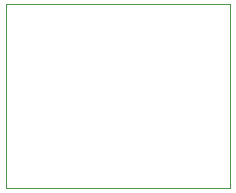
<source format=gbr>
%TF.GenerationSoftware,KiCad,Pcbnew,7.0.2-6a45011f42~172~ubuntu22.04.1*%
%TF.CreationDate,2023-06-03T20:54:13+08:00*%
%TF.ProjectId,fly2040_min,666c7932-3034-4305-9f6d-696e2e6b6963,rev?*%
%TF.SameCoordinates,PX45b6ae0PY2f1c8c0*%
%TF.FileFunction,Profile,NP*%
%FSLAX46Y46*%
G04 Gerber Fmt 4.6, Leading zero omitted, Abs format (unit mm)*
G04 Created by KiCad (PCBNEW 7.0.2-6a45011f42~172~ubuntu22.04.1) date 2023-06-03 20:54:13*
%MOMM*%
%LPD*%
G01*
G04 APERTURE LIST*
%TA.AperFunction,Profile*%
%ADD10C,0.050000*%
%TD*%
G04 APERTURE END LIST*
D10*
X0Y0D02*
X18970000Y0D01*
X18970000Y-15560000D01*
X0Y-15560000D01*
X0Y0D01*
M02*

</source>
